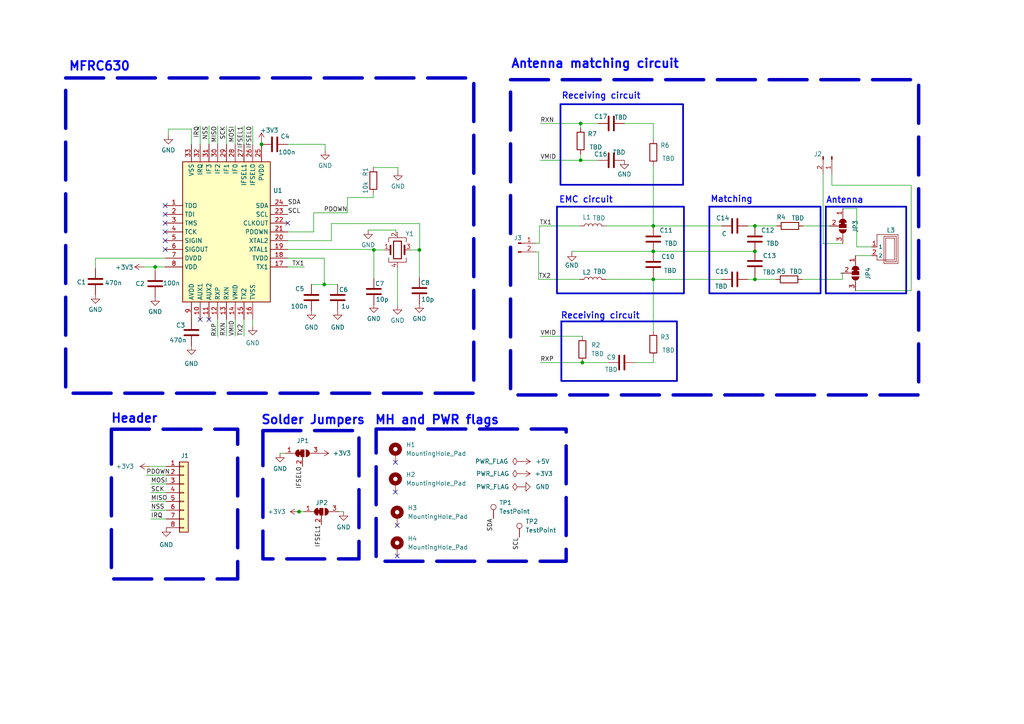
<source format=kicad_sch>
(kicad_sch (version 20230121) (generator eeschema)
  (paper "A4")
  (title_block (title "NFC_Programmer") (date "2023-11-25") (rev "2.0") (company "TycheTools"))
  (lib_symbols
    (symbol "Connector:Conn_01x02_Pin" (pin_names (offset 1.016) hide)
      (property "Reference" "J" (at 0 2.54 0))
      (property "Value" "Conn_01x02_Pin" (at 0 -5.08 0))
      (symbol "Conn_01x02_Pin_1_1"
        (polyline (pts (xy 1.27 -2.54) (xy 0.8636 -2.54)) (stroke (width 0.1524)))
        (polyline (pts (xy 1.27 0) (xy 0.8636 0)) (stroke (width 0.1524)))
        (rectangle (start 0.8636 -2.413) (end 0 -2.667) (stroke (width 0.1524)) (fill (type outline)))
        (rectangle (start 0.8636 0.127) (end 0 -0.127) (stroke (width 0.1524)) (fill (type outline)))
        (pin passive line (at 5.08 0 180) (length 3.81) (name "Pin_1") (number "1"))
        (pin passive line (at 5.08 -2.54 180) (length 3.81) (name "Pin_2") (number "2"))
      )
    )
    (symbol "Connector:TestPoint" (pin_numbers hide) (pin_names (offset 0.762) hide)
      (property "Reference" "TP" (at 0 6.858 0))
      (property "Value" "TestPoint" (at 0 5.08 0))
      (symbol "TestPoint_0_1"
        (circle (center 0 3.302) (radius 0.762))
      )
      (symbol "TestPoint_1_1"
        (pin passive line (at 0 0 90) (length 2.54) (name "1") (number "1"))
      )
    )
    (symbol "Connector_Generic:Conn_01x08" (pin_names (offset 1.016) hide)
      (property "Reference" "J" (at 0 10.16 0))
      (property "Value" "Conn_01x08" (at 0 -12.7 0))
      (symbol "Conn_01x08_1_1"
        (rectangle (start -1.27 -10.033) (end 0 -10.287) (stroke (width 0.1524)))
        (rectangle (start -1.27 -7.493) (end 0 -7.747) (stroke (width 0.1524)))
        (rectangle (start -1.27 -4.953) (end 0 -5.207) (stroke (width 0.1524)))
        (rectangle (start -1.27 -2.413) (end 0 -2.667) (stroke (width 0.1524)))
        (rectangle (start -1.27 0.127) (end 0 -0.127) (stroke (width 0.1524)))
        (rectangle (start -1.27 2.667) (end 0 2.413) (stroke (width 0.1524)))
        (rectangle (start -1.27 5.207) (end 0 4.953) (stroke (width 0.1524)))
        (rectangle (start -1.27 7.747) (end 0 7.493) (stroke (width 0.1524)))
        (rectangle (start -1.27 8.89) (end 1.27 -11.43) (stroke (width 0.254)) (fill (type background)))
        (pin passive line (at -5.08 7.62 0) (length 3.81) (name "Pin_1") (number "1"))
        (pin passive line (at -5.08 5.08 0) (length 3.81) (name "Pin_2") (number "2"))
        (pin passive line (at -5.08 2.54 0) (length 3.81) (name "Pin_3") (number "3"))
        (pin passive line (at -5.08 0 0) (length 3.81) (name "Pin_4") (number "4"))
        (pin passive line (at -5.08 -2.54 0) (length 3.81) (name "Pin_5") (number "5"))
        (pin passive line (at -5.08 -5.08 0) (length 3.81) (name "Pin_6") (number "6"))
        (pin passive line (at -5.08 -7.62 0) (length 3.81) (name "Pin_7") (number "7"))
        (pin passive line (at -5.08 -10.16 0) (length 3.81) (name "Pin_8") (number "8"))
      )
    )
    (symbol "Device:C" (pin_numbers hide) (pin_names (offset 0.254))
      (property "Reference" "C" (at 0.635 2.54 0))
      (property "Value" "C" (at 0.635 -2.54 0))
      (symbol "C_0_1"
        (polyline (pts (xy -2.032 -0.762) (xy 2.032 -0.762)) (stroke (width 0.508)))
        (polyline (pts (xy -2.032 0.762) (xy 2.032 0.762)) (stroke (width 0.508)))
      )
      (symbol "C_1_1"
        (pin passive line (at 0 3.81 270) (length 2.794) (name "~") (number "1"))
        (pin passive line (at 0 -3.81 90) (length 2.794) (name "~") (number "2"))
      )
    )
    (symbol "Device:Crystal_GND24" (pin_names (offset 1.016) hide)
      (property "Reference" "Y" (at 3.175 5.08 0))
      (property "Value" "Crystal_GND24" (at 3.175 3.175 0))
      (symbol "Crystal_GND24_0_1"
        (rectangle (start -1.143 2.54) (end 1.143 -2.54) (stroke (width 0.3048)))
        (polyline (pts (xy -2.54 0) (xy -2.032 0)))
        (polyline (pts (xy -2.032 -1.27) (xy -2.032 1.27)) (stroke (width 0.508)))
        (polyline (pts (xy 0 -3.81) (xy 0 -3.556)))
        (polyline (pts (xy 0 3.556) (xy 0 3.81)))
        (polyline (pts (xy 2.032 -1.27) (xy 2.032 1.27)) (stroke (width 0.508)))
        (polyline (pts (xy 2.032 0) (xy 2.54 0)))
        (polyline (pts (xy -2.54 -2.286) (xy -2.54 -3.556) (xy 2.54 -3.556) (xy 2.54 -2.286)))
        (polyline (pts (xy -2.54 2.286) (xy -2.54 3.556) (xy 2.54 3.556) (xy 2.54 2.286)))
      )
      (symbol "Crystal_GND24_1_1"
        (pin passive line (at -3.81 0 0) (length 1.27) (name "1") (number "1"))
        (pin passive line (at 0 5.08 270) (length 1.27) (name "2") (number "2"))
        (pin passive line (at 3.81 0 180) (length 1.27) (name "3") (number "3"))
        (pin passive line (at 0 -5.08 90) (length 1.27) (name "4") (number "4"))
      )
    )
    (symbol "Device:L" (pin_numbers hide) (pin_names (offset 1.016) hide)
      (property "Reference" "L" (at -1.27 0 90))
      (property "Value" "L" (at 1.905 0 90))
      (symbol "L_0_1"
        (arc (start 0 -2.54) (mid 0.6323 -1.905) (end 0 -1.27))
        (arc (start 0 -1.27) (mid 0.6323 -0.635) (end 0 0))
        (arc (start 0 0) (mid 0.6323 0.635) (end 0 1.27))
        (arc (start 0 1.27) (mid 0.6323 1.905) (end 0 2.54))
      )
      (symbol "L_1_1"
        (pin passive line (at 0 3.81 270) (length 1.27) (name "1") (number "1"))
        (pin passive line (at 0 -3.81 90) (length 1.27) (name "2") (number "2"))
      )
    )
    (symbol "Device:R" (pin_numbers hide) (pin_names (offset 0))
      (property "Reference" "R" (at 2.032 0 90))
      (property "Value" "R" (at 0 0 90))
      (symbol "R_0_1"
        (rectangle (start -1.016 -2.54) (end 1.016 2.54) (stroke (width 0.254)))
      )
      (symbol "R_1_1"
        (pin passive line (at 0 3.81 270) (length 1.27) (name "~") (number "1"))
        (pin passive line (at 0 -3.81 90) (length 1.27) (name "~") (number "2"))
      )
    )
    (symbol "Jumper:SolderJumper_3_Bridged12" (pin_names (offset 0) hide)
      (property "Reference" "JP" (at -2.54 -2.54 0))
      (property "Value" "SolderJumper_3_Bridged12" (at 0 2.794 0))
      (symbol "SolderJumper_3_Bridged12_0_1"
        (rectangle (start -1.016 0.508) (end -0.508 -0.508) (fill (type outline)))
        (arc (start -1.016 1.016) (mid -2.0276 0) (end -1.016 -1.016))
        (arc (start -1.016 1.016) (mid -2.0276 0) (end -1.016 -1.016) (fill (type outline)))
        (rectangle (start -0.508 1.016) (end 0.508 -1.016) (fill (type outline)))
        (polyline (pts (xy -2.54 0) (xy -2.032 0)))
        (polyline (pts (xy -1.016 1.016) (xy -1.016 -1.016)))
        (polyline (pts (xy 0 -1.27) (xy 0 -1.016)))
        (polyline (pts (xy 1.016 1.016) (xy 1.016 -1.016)))
        (polyline (pts (xy 2.54 0) (xy 2.032 0)))
        (arc (start 1.016 -1.016) (mid 2.0276 0) (end 1.016 1.016))
        (arc (start 1.016 -1.016) (mid 2.0276 0) (end 1.016 1.016) (fill (type outline)))
      )
      (symbol "SolderJumper_3_Bridged12_1_1"
        (pin passive line (at -5.08 0 0) (length 2.54) (name "A") (number "1"))
        (pin passive line (at 0 -3.81 90) (length 2.54) (name "C") (number "2"))
        (pin passive line (at 5.08 0 180) (length 2.54) (name "B") (number "3"))
      )
    )
    (symbol "LIB2:Antenna_L"
      (property "Reference" "L" (at 6.35 8.89 0))
      (symbol "Antenna_L_0_1"
        (polyline (pts (xy 10.16 3.81) (xy 15.24 3.81)))
        (polyline (pts (xy 10.16 5.08) (xy 10.16 3.81)))
        (polyline (pts (xy 10.16 7.62) (xy 10.16 7.62)))
        (polyline (pts (xy 10.16 7.62) (xy 10.16 11.176)))
        (polyline (pts (xy 12.192 2.794) (xy 16.256 2.794)))
        (polyline (pts (xy 12.192 10.668) (xy 12.192 2.794)))
        (polyline (pts (xy 15.24 3.81) (xy 15.24 10.16)))
        (polyline (pts (xy 15.24 10.16) (xy 12.7 10.16)))
        (polyline (pts (xy 16.256 2.794) (xy 16.256 11.176)))
        (polyline (pts (xy 16.256 11.176) (xy 10.16 11.176)))
        (polyline (pts (xy 15.748 10.414) (xy 15.748 10.668) (xy 12.192 10.668)))
        (polyline (pts (xy 12.7 10.16) (xy 12.7 3.302) (xy 15.748 3.302) (xy 15.748 10.414)))
      )
      (symbol "Antenna_L_1_0"
        (pin power_in line (at 8.636 7.62 0) (length 1.5) (name "1") (number "1"))
        (pin power_out line (at 8.636 5.08 0) (length 1.5) (name "2") (number "2"))
      )
    )
    (symbol "MFRC63002HN_151:MFRC63002HN,151"
      (property "Reference" "IC" (at 31.75 17.78 0))
      (property "Value" "MFRC63002HN,151" (at 31.75 15.24 0))
      (symbol "MFRC63002HN,151_1_1"
        (rectangle (start 5.08 12.7) (end 30.48 -27.94) (stroke (width 0.254)) (fill (type background)))
        (pin output line (at 0 0 0) (length 5.08) (name "TDO") (number "1"))
        (pin output line (at 10.16 -33.02 90) (length 5.08) (name "AUX1") (number "10"))
        (pin output line (at 12.7 -33.02 90) (length 5.08) (name "AUX2") (number "11"))
        (pin input line (at 15.24 -33.02 90) (length 5.08) (name "RXP") (number "12"))
        (pin input line (at 17.78 -33.02 90) (length 5.08) (name "RXN") (number "13"))
        (pin power_in line (at 20.32 -33.02 90) (length 5.08) (name "VMID") (number "14"))
        (pin output line (at 22.86 -33.02 90) (length 5.08) (name "TX2") (number "15"))
        (pin power_in line (at 25.4 -33.02 90) (length 5.08) (name "TVSS") (number "16"))
        (pin output line (at 35.56 -17.78 180) (length 5.08) (name "TX1") (number "17"))
        (pin power_in line (at 35.56 -15.24 180) (length 5.08) (name "TVDD") (number "18"))
        (pin input line (at 35.56 -12.7 180) (length 5.08) (name "XTAL1") (number "19"))
        (pin input line (at 0 -2.54 0) (length 5.08) (name "TDI") (number "2"))
        (pin output line (at 35.56 -10.16 180) (length 5.08) (name "XTAL2") (number "20"))
        (pin input line (at 35.56 -7.62 180) (length 5.08) (name "PDOWN") (number "21"))
        (pin output line (at 35.56 -5.08 180) (length 5.08) (name "CLKOUT") (number "22"))
        (pin output line (at 35.56 -2.54 180) (length 5.08) (name "SCL") (number "23"))
        (pin bidirectional line (at 35.56 0 180) (length 5.08) (name "SDA") (number "24"))
        (pin power_in line (at 27.94 17.78 270) (length 5.08) (name "PVDD") (number "25"))
        (pin input line (at 25.4 17.78 270) (length 5.08) (name "IFSEL0") (number "26"))
        (pin input line (at 22.86 17.78 270) (length 5.08) (name "IFSEL1") (number "27"))
        (pin bidirectional line (at 20.32 17.78 270) (length 5.08) (name "IF0") (number "28"))
        (pin bidirectional line (at 17.78 17.78 270) (length 5.08) (name "IF1") (number "29"))
        (pin input line (at 0 -5.08 0) (length 5.08) (name "TMS") (number "3"))
        (pin bidirectional line (at 15.24 17.78 270) (length 5.08) (name "IF2") (number "30"))
        (pin bidirectional line (at 12.7 17.78 270) (length 5.08) (name "IF3") (number "31"))
        (pin output line (at 10.16 17.78 270) (length 5.08) (name "IRQ") (number "32"))
        (pin power_in line (at 7.62 17.78 270) (length 5.08) (name "VSS") (number "33"))
        (pin input line (at 0 -7.62 0) (length 5.08) (name "TCK") (number "4"))
        (pin input line (at 0 -10.16 0) (length 5.08) (name "SIGIN") (number "5"))
        (pin output line (at 0 -12.7 0) (length 5.08) (name "SIGOUT") (number "6"))
        (pin power_in line (at 0 -15.24 0) (length 5.08) (name "DVDD") (number "7"))
        (pin power_in line (at 0 -17.78 0) (length 5.08) (name "VDD") (number "8"))
        (pin power_in line (at 7.62 -33.02 90) (length 5.08) (name "AVDD") (number "9"))
      )
    )
    (symbol "Mechanical:MountingHole_Pad" (pin_numbers hide) (pin_names (offset 1.016) hide)
      (property "Reference" "H" (at 0 6.35 0))
      (property "Value" "MountingHole_Pad" (at 0 4.445 0))
      (symbol "MountingHole_Pad_0_1"
        (circle (center 0 1.27) (radius 1.27) (stroke (width 1.27)))
      )
      (symbol "MountingHole_Pad_1_1"
        (pin input line (at 0 -2.54 90) (length 2.54) (name "1") (number "1"))
      )
    )
    (symbol "power:+3V3" (power) (pin_names (offset 0))
      (property "Value" "+3V3" (at 0 3.556 0))
      (symbol "+3V3_0_1"
        (polyline (pts (xy -0.762 1.27) (xy 0 2.54)))
        (polyline (pts (xy 0 0) (xy 0 2.54)))
        (polyline (pts (xy 0 2.54) (xy 0.762 1.27)))
      )
      (symbol "+3V3_1_1"
        (pin power_in line (at 0 0 90) (length 0) hide (name "+3V3") (number "1"))
      )
    )
    (symbol "power:+5V" (power) (pin_names (offset 0))
      (property "Value" "+5V" (at 0 3.556 0))
      (symbol "+5V_0_1"
        (polyline (pts (xy -0.762 1.27) (xy 0 2.54)))
        (polyline (pts (xy 0 0) (xy 0 2.54)))
        (polyline (pts (xy 0 2.54) (xy 0.762 1.27)))
      )
      (symbol "+5V_1_1"
        (pin power_in line (at 0 0 90) (length 0) hide (name "+5V") (number "1"))
      )
    )
    (symbol "power:GND" (power) (pin_names (offset 0))
      (property "Value" "GND" (at 0 -3.81 0))
      (symbol "GND_0_1"
        (polyline (pts (xy 0 0) (xy 0 -1.27) (xy 1.27 -1.27) (xy 0 -2.54) (xy -1.27 -1.27) (xy 0 -1.27)))
      )
      (symbol "GND_1_1"
        (pin power_in line (at 0 0 270) (length 0) hide (name "GND") (number "1"))
      )
    )
    (symbol "power:PWR_FLAG" (power) (pin_numbers hide) (pin_names (offset 0) hide)
      (property "Value" "PWR_FLAG" (at 0 3.81 0))
      (symbol "PWR_FLAG_0_0"
        (pin power_out line (at 0 0 90) (length 0) (name "pwr") (number "1"))
      )
      (symbol "PWR_FLAG_0_1"
        (polyline (pts (xy 0 0) (xy 0 1.27) (xy -1.016 1.905) (xy 0 2.54) (xy 1.016 1.905) (xy 0 1.27)))
      )
    )
  )
  (junction (at 45.0088 77.4192))
  (junction (at 189.484 72.898))
  (junction (at 218.948 81.026))
  (junction (at 218.948 72.898))
  (junction (at 86.741 148.4122))
  (junction (at 189.484 81.026))
  (junction (at 94.0562 82.5246))
  (junction (at 189.484 65.532))
  (junction (at 121.6406 72.4916))
  (junction (at 75.8444 41.8592))
  (junction (at 218.948 65.532))
  (junction (at 108.4326 72.4916))
  (junction (at 168.402 35.814))
  (junction (at 168.91 105.156))
  (junction (at 168.402 46.482))
  (no_connect (at 60.6044 92.6592))
  (no_connect (at 114.681 142.7226))
  (no_connect (at 47.9044 59.6392))
  (no_connect (at 47.9044 64.7192))
  (no_connect (at 115.189 161.2646))
  (no_connect (at 58.0644 92.6592))
  (no_connect (at 83.4644 64.7192))
  (no_connect (at 114.681 134.0866))
  (no_connect (at 115.189 152.3746))
  (no_connect (at 47.9044 72.3392))
  (no_connect (at 47.9044 62.1792))
  (no_connect (at 47.9044 69.7992))
  (no_connect (at 47.9044 67.2592))
  (wire (pts (xy 94.3102 41.8592) (xy 94.3102 43.7134)))
  (wire (pts (xy 238.7346 70.612) (xy 238.7346 50.4698)))
  (wire (pts (xy 121.7422 64.8462) (xy 121.7422 72.4154)))
  (wire (pts (xy 165.862 72.898) (xy 189.484 72.898)))
  (wire (pts (xy 73.3044 92.6592) (xy 73.3044 94.6404)))
  (wire (pts (xy 99.6442 148.4122) (xy 98.298 148.4122)))
  (wire (pts (xy 119.1006 72.4916) (xy 121.6406 72.4916)))
  (wire (pts (xy 189.484 105.156) (xy 184.15 105.156)))
  (wire (pts (xy 114.808 66.7258) (xy 114.808 67.4116)))
  (wire (pts (xy 218.948 81.026) (xy 225.044 81.026)))
  (wire (pts (xy 189.484 65.532) (xy 209.296 65.532)))
  (wire (pts (xy 232.664 81.026) (xy 244.3226 81.026)))
  (wire (pts (xy 43.7642 145.4404) (xy 48.2346 145.4404)))
  (wire (pts (xy 218.948 72.644) (xy 218.948 72.898)))
  (wire (pts (xy 45.0088 77.4192) (xy 47.9044 77.4192)))
  (wire (pts (xy 65.6844 36.5252) (xy 65.6844 41.8592)))
  (wire (pts (xy 240.6396 65.532) (xy 240.6396 65.5574)))
  (wire (pts (xy 94.0562 82.5246) (xy 97.9424 82.5246)))
  (wire (pts (xy 156.718 46.482) (xy 168.402 46.482)))
  (wire (pts (xy 168.402 35.814) (xy 173.482 35.814)))
  (wire (pts (xy 156.21 81.026) (xy 168.148 81.026)))
  (wire (pts (xy 83.4644 72.3392) (xy 108.3564 72.3392)))
  (wire (pts (xy 156.718 97.536) (xy 168.91 97.536)))
  (wire (pts (xy 156.718 35.814) (xy 168.402 35.814)))
  (wire (pts (xy 90.9828 61.722) (xy 100.7618 61.722)))
  (wire (pts (xy 63.1444 92.6592) (xy 63.1444 97.6122)))
  (wire (pts (xy 65.6844 92.6592) (xy 65.6844 97.4852)))
  (wire (pts (xy 115.2906 77.5716) (xy 115.2906 88.6206)))
  (wire (pts (xy 108.4326 88.3666) (xy 108.4326 88.1126)))
  (wire (pts (xy 100.7618 57.3024) (xy 108.2802 57.3024)))
  (wire (pts (xy 108.2802 48.5902) (xy 108.2802 48.5648)))
  (wire (pts (xy 121.6406 72.4916) (xy 121.6406 80.4926)))
  (wire (pts (xy 168.402 44.704) (xy 168.402 46.482)))
  (wire (pts (xy 90.9828 67.2592) (xy 83.4644 67.2592)))
  (wire (pts (xy 43.7642 147.9804) (xy 48.2346 147.9804)))
  (wire (pts (xy 106.7816 66.7258) (xy 114.808 66.7258)))
  (wire (pts (xy 264.287 84.3026) (xy 264.287 53.721)))
  (wire (pts (xy 181.102 35.814) (xy 189.484 35.814)))
  (wire (pts (xy 189.484 72.898) (xy 218.948 72.898)))
  (wire (pts (xy 100.7618 61.722) (xy 100.7618 57.3024)))
  (wire (pts (xy 189.484 81.026) (xy 189.484 96.012)))
  (wire (pts (xy 27.686 74.8792) (xy 47.9044 74.8792)))
  (wire (pts (xy 238.76 70.612) (xy 238.7346 70.612)))
  (wire (pts (xy 108.3564 72.3392) (xy 108.3564 72.4916)))
  (wire (pts (xy 252.8316 71.6026) (xy 248.4882 71.6026)))
  (wire (pts (xy 45.0088 77.4192) (xy 45.0088 78.4606)))
  (wire (pts (xy 218.948 65.532) (xy 225.298 65.532)))
  (wire (pts (xy 155.3718 70.5358) (xy 156.464 70.5358)))
  (wire (pts (xy 73.3044 36.5252) (xy 73.3044 41.8592)))
  (wire (pts (xy 114.808 67.4116) (xy 115.2906 67.4116)))
  (wire (pts (xy 90.3224 82.5246) (xy 90.3224 82.4992)))
  (wire (pts (xy 83.4644 69.7992) (xy 96.1136 69.7992)))
  (wire (pts (xy 165.862 72.898) (xy 165.862 73.152)))
  (wire (pts (xy 108.3564 72.4916) (xy 108.4326 72.4916)))
  (wire (pts (xy 216.916 65.532) (xy 218.948 65.532)))
  (wire (pts (xy 155.3718 73.0758) (xy 156.21 73.0758)))
  (wire (pts (xy 244.3226 81.026) (xy 244.3226 79.2226)))
  (wire (pts (xy 156.464 65.532) (xy 168.148 65.532)))
  (wire (pts (xy 189.484 35.814) (xy 189.484 40.386)))
  (wire (pts (xy 108.2802 56.1848) (xy 108.2802 57.3024)))
  (wire (pts (xy 175.768 65.532) (xy 189.484 65.532)))
  (wire (pts (xy 42.4434 137.8204) (xy 48.2346 137.8204)))
  (wire (pts (xy 70.7644 92.6592) (xy 70.7644 97.4852)))
  (wire (pts (xy 189.484 81.026) (xy 189.484 80.518)))
  (wire (pts (xy 27.686 74.8792) (xy 27.686 77.851)))
  (wire (pts (xy 189.484 72.898) (xy 189.484 73.152)))
  (wire (pts (xy 86.7156 148.4122) (xy 86.741 148.4122)))
  (wire (pts (xy 68.2244 92.6592) (xy 68.2244 97.4852)))
  (wire (pts (xy 108.2802 48.5902) (xy 115.4176 48.5902)))
  (wire (pts (xy 83.4644 74.8792) (xy 94.0562 74.8792)))
  (wire (pts (xy 83.4644 77.4192) (xy 88.2904 77.4192)))
  (wire (pts (xy 248.4882 60.4774) (xy 248.4882 71.6026)))
  (wire (pts (xy 97.9424 82.5246) (xy 97.9424 82.4992)))
  (wire (pts (xy 218.948 80.264) (xy 218.948 81.026)))
  (wire (pts (xy 58.0644 36.5252) (xy 58.0644 41.8592)))
  (wire (pts (xy 90.3224 82.5246) (xy 94.0562 82.5246)))
  (wire (pts (xy 264.287 53.721) (xy 241.2746 53.721)))
  (wire (pts (xy 189.484 81.026) (xy 209.296 81.026)))
  (wire (pts (xy 48.8188 37.4396) (xy 48.8188 39.2176)))
  (wire (pts (xy 41.6306 77.4192) (xy 45.0088 77.4192)))
  (wire (pts (xy 96.1136 64.8462) (xy 121.7422 64.8462)))
  (wire (pts (xy 68.2244 36.5252) (xy 68.2244 41.8592)))
  (wire (pts (xy 43.7642 142.9004) (xy 48.2346 142.9004)))
  (wire (pts (xy 115.4176 49.7332) (xy 115.4176 48.5902)))
  (wire (pts (xy 168.402 46.482) (xy 173.482 46.482)))
  (wire (pts (xy 81.2292 131.4704) (xy 82.6516 131.4704)))
  (wire (pts (xy 63.1444 36.5252) (xy 63.1444 41.8592)))
  (wire (pts (xy 248.1326 74.1426) (xy 252.8316 74.1426)))
  (wire (pts (xy 238.76 70.612) (xy 238.76 70.6374)))
  (wire (pts (xy 248.4882 60.4774) (xy 244.4496 60.4774)))
  (wire (pts (xy 108.4326 72.4916) (xy 111.4806 72.4916)))
  (wire (pts (xy 121.7422 72.4154) (xy 121.6406 72.4154)))
  (wire (pts (xy 90.9828 61.722) (xy 90.9828 67.2592)))
  (wire (pts (xy 168.402 35.814) (xy 168.402 37.084)))
  (wire (pts (xy 94.0562 74.8792) (xy 94.0562 82.5246)))
  (wire (pts (xy 156.718 105.156) (xy 168.91 105.156)))
  (wire (pts (xy 248.1326 84.3026) (xy 264.287 84.3026)))
  (wire (pts (xy 156.464 70.5358) (xy 156.464 65.532)))
  (wire (pts (xy 232.918 65.532) (xy 240.6396 65.532)))
  (wire (pts (xy 189.484 103.632) (xy 189.484 105.156)))
  (wire (pts (xy 156.21 73.0758) (xy 156.21 81.026)))
  (wire (pts (xy 241.2746 50.4698) (xy 241.2746 53.721)))
  (wire (pts (xy 218.948 73.152) (xy 218.948 72.898)))
  (wire (pts (xy 189.484 48.006) (xy 189.484 65.532)))
  (wire (pts (xy 86.741 148.4122) (xy 88.138 148.4122)))
  (wire (pts (xy 43.7642 140.3604) (xy 48.2346 140.3604)))
  (wire (pts (xy 108.4326 72.4916) (xy 108.4326 80.7466)))
  (wire (pts (xy 43.2054 135.2804) (xy 48.2346 135.2804)))
  (wire (pts (xy 175.768 81.026) (xy 189.484 81.026)))
  (wire (pts (xy 43.7642 150.5204) (xy 48.2346 150.5204)))
  (wire (pts (xy 96.1136 64.8462) (xy 96.1136 69.7992)))
  (wire (pts (xy 75.8444 41.0972) (xy 75.8444 41.8592)))
  (wire (pts (xy 121.6406 72.4154) (xy 121.6406 72.4916)))
  (wire (pts (xy 48.8188 37.4396) (xy 55.5244 37.4396)))
  (wire (pts (xy 60.6044 36.5252) (xy 60.6044 41.8592)))
  (wire (pts (xy 70.7644 36.5252) (xy 70.7644 41.8592)))
  (wire (pts (xy 216.916 81.026) (xy 218.948 81.026)))
  (wire (pts (xy 83.4644 41.8592) (xy 94.3102 41.8592)))
  (wire (pts (xy 168.91 105.156) (xy 176.53 105.156)))
  (wire (pts (xy 238.76 70.6374) (xy 244.4496 70.6374)))
  (wire (pts (xy 55.5244 41.8592) (xy 55.5244 37.4396)))
  (rectangle (start 205.74 59.944) (end 237.998 85.09) (stroke (width 0.5)))
  (rectangle (start 148.082 23.114) (end 266.446 114.554) (stroke (width 1) (type dash)))
  (rectangle (start 161.544 59.944) (end 198.374 85.09) (stroke (width 0.5)))
  (rectangle (start 239.522 59.944) (end 262.8392 85.09) (stroke (width 0.5)))
  (rectangle (start 76.2508 124.8918) (end 104.1146 162.1028) (stroke (width 1) (type dash)))
  (rectangle (start 32.3088 124.4854) (end 68.9356 167.9194) (stroke (width 1) (type dash)))
  (rectangle (start 109.093 124.4346) (end 164.211 162.7886) (stroke (width 1) (type dash)))
  (rectangle (start 162.814 93.218) (end 196.342 110.49) (stroke (width 0.5)))
  (rectangle (start 19.05 22.606) (end 137.414 114.046) (stroke (width 1) (type dash)))
  (rectangle (start 162.56 30.226) (end 198.12 53.594) (stroke (width 0.5)))
  (text "EMC circuit\n\n" (at 162.052 61.976 0) (effects (font (size 1.8 1.8) (thickness 0.3) bold) (justify left bottom)))
  (text "Receiving circuit\n" (at 162.56 92.71 0) (effects (font (size 1.8 1.8) (thickness 0.3) bold) (justify left bottom)))
  (text "Solder Jumpers\n" (at 75.6158 123.3932 0) (effects (font (size 2.54 2.54) (thickness 0.508) bold) (justify left bottom)))
  (text "MH and PWR flags" (at 108.585 123.4186 0) (effects (font (size 2.54 2.54) (thickness 0.508) bold) (justify left bottom)))
  (text "Matching\n" (at 205.994 58.928 0) (effects (font (size 1.8 1.8) (thickness 0.3) bold) (justify left bottom)))
  (text "Antenna\n" (at 239.522 59.182 0) (effects (font (size 1.8 1.8) (thickness 0.3) bold) (justify left bottom)))
  (text "Antenna matching circuit" (at 148.082 20.066 0) (effects (font (size 2.54 2.54) (thickness 0.508) bold) (justify left bottom)))
  (text "Header" (at 32.0548 122.9614 0) (effects (font (size 2.54 2.54) (thickness 0.508) bold) (justify left bottom)))
  (text "MFRC630" (at 19.812 20.828 0) (effects (font (size 2.54 2.54) (thickness 0.508) bold) (justify left bottom)))
  (text "Receiving circuit\n" (at 162.814 28.956 0) (effects (font (size 1.8 1.8) (thickness 0.3) bold) (justify left bottom)))
  (label "SCK" (at 65.6844 36.5252 270))
  (label "PDOWN" (at 42.4434 137.8204 0))
  (label "SCK" (at 43.7642 142.9004 0))
  (label "SCL" (at 150.6474 155.829 270))
  (label "RXP" (at 63.1444 97.6122 90))
  (label "RXN" (at 156.718 35.814 0))
  (label "PDOWN" (at 100.7618 61.722 180))
  (label "VMID" (at 156.718 46.482 0))
  (label "IFSEL1" (at 70.7644 36.5252 270))
  (label "IFSEL0" (at 73.3044 36.5252 270))
  (label "MISO" (at 63.1444 36.5252 270))
  (label "VMID" (at 156.718 97.536 0))
  (label "IFSEL0" (at 87.7316 135.2804 270))
  (label "SDA" (at 143.129 150.368 270))
  (label "IFSEL1" (at 93.218 152.2222 270))
  (label "TX1" (at 156.464 65.532 0))
  (label "SCL" (at 83.4644 62.1792 0))
  (label "RXN" (at 65.6844 97.4852 90))
  (label "VMID" (at 68.2244 97.4852 90))
  (label "NSS" (at 43.7642 147.9804 0))
  (label "MOSI" (at 43.7642 140.3604 0))
  (label "NSS" (at 60.6044 36.5252 270))
  (label "SDA" (at 83.4644 59.6392 0))
  (label "MISO" (at 43.7642 145.4404 0))
  (label "RXP" (at 156.718 105.156 0))
  (label "IRQ" (at 43.7642 150.5204 0))
  (label "TX1" (at 88.2904 77.4192 180))
  (label "IRQ" (at 58.0644 36.5252 270))
  (label "TX2" (at 156.21 81.026 0))
  (label "TX2" (at 70.7644 97.4852 90))
  (label "MOSI" (at 68.2244 36.5252 270))
  (symbol (lib_id "power:GND") (at 81.2292 131.4704 0) (unit 1)
    (property "Reference" "#PWR08" (effects hide))
    (property "Value" "GND" (at 81.2292 135.9408 0))
  )
  (symbol (lib_id "LIB2:Antenna_L") (at 244.1956 79.2226 0) (unit 1)
    (property "Reference" "L3" (at 257.1496 66.7766 0) (effects (justify left)))
    (property "Value" "~" (at 244.1956 79.2226 0))
  )
  (symbol (lib_id "power:GND") (at 48.8188 39.2176 0) (unit 1)
    (property "Reference" "#PWR06" (effects hide))
    (property "Value" "GND" (at 48.8188 43.5356 0))
  )
  (symbol (lib_id "power:GND") (at 94.3102 43.7134 0) (unit 1)
    (property "Reference" "#PWR010" (effects hide))
    (property "Value" "GND" (at 94.3102 48.0314 0))
  )
  (symbol (lib_id "Connector:TestPoint") (at 143.129 150.368 0) (unit 1)
    (property "Reference" "TP1" (at 144.78 145.796 0) (effects (justify left)))
    (property "Value" "TestPoint" (at 144.78 148.336 0) (effects (justify left)))
    (property "Footprint" "TestPoint:TestPoint_Pad_1.0x1.0mm" (effects hide))
  )
  (symbol (lib_id "power:+3V3") (at 86.741 148.4122 90) (unit 1)
    (property "Reference" "#PWR07" (effects hide))
    (property "Value" "+3V3" (at 82.9056 148.4122 90) (effects (justify left)))
  )
  (symbol (lib_id "Device:Crystal_GND24") (at 115.2906 72.4916 0) (unit 1)
    (property "Reference" "Y1" (at 118.8212 67.818 0))
    (property "Value" "Crystal_GND24" (effects hide))
    (property "Footprint" "Crystal:Crystal_SMD_2016-4Pin_2.0x1.6mm" (effects hide))
    (property "Datasheet" "https://www.mouser.mx/datasheet/2/122/ECX_1637B2-2400564.pdf" (effects hide))
  )
  (symbol (lib_id "Device:R") (at 168.91 101.346 0) (unit 1)
    (property "Reference" "R2" (at 171.45 100.076 0) (effects (justify left)))
    (property "Value" "TBD" (at 171.45 102.616 0) (effects (justify left)))
    (property "Footprint" "Resistor_SMD:R_0603_1608Metric_Pad0.98x0.95mm_HandSolder" (effects hide))
  )
  (symbol (lib_id "power:PWR_FLAG") (at 151.257 137.3886 90) (unit 1)
    (property "Reference" "#FLG02" (effects hide))
    (property "Value" "PWR_FLAG" (at 147.701 137.3886 90) (effects (justify left)))
    (property "Footprint" "TestPoint:TestPoint_Loop_D1.80mm_Drill1.0mm_Beaded" (effects hide))
  )
  (symbol (lib_id "Jumper:SolderJumper_3_Bridged12") (at 93.218 148.4122 0) (unit 1)
    (property "Reference" "JP2" (at 93.3196 145.8214 0))
    (property "Value" "SolderJumper_3_Bridged12" (effects hide))
    (property "Footprint" "Jumper:SolderJumper-3_P1.3mm_Bridged12_Pad1.0x1.5mm_NumberLabels" (effects hide))
  )
  (symbol (lib_id "Device:C") (at 213.106 65.532 90) (unit 1)
    (property "Reference" "C14" (at 211.582 63.246 90) (effects (justify left)))
    (property "Value" "C" (at 210.82 67.818 90) (effects (justify left)))
    (property "Footprint" "Capacitor_SMD:C_0603_1608Metric_Pad1.08x0.95mm_HandSolder" (effects hide))
  )
  (symbol (lib_id "Mechanical:MountingHole_Pad") (at 115.189 149.8346 0) (unit 1)
    (property "Reference" "H3" (at 118.237 147.2946 0) (effects (justify left)))
    (property "Value" "MountingHole_Pad" (at 118.237 149.8346 0) (effects (justify left)))
    (property "Footprint" "MountingHole:MountingHole_3mm" (effects hide))
  )
  (symbol (lib_id "Device:C") (at 45.0088 82.2706 0) (mirror y) (unit 1)
    (property "Reference" "C2" (at 41.9608 82.2706 0) (effects (justify left)))
    (property "Value" "100n" (at 52.2224 82.1182 0) (effects (justify left)))
    (property "Footprint" "Capacitor_SMD:C_0603_1608Metric_Pad1.08x0.95mm_HandSolder" (effects hide))
  )
  (symbol (lib_id "Device:C") (at 108.4326 84.5566 0) (mirror y) (unit 1)
    (property "Reference" "C7" (at 111.4806 82.2706 0) (effects (justify left)))
    (property "Value" "10p" (at 112.7506 86.8426 0) (effects (justify left)))
    (property "Footprint" "Capacitor_SMD:C_0603_1608Metric_Pad1.08x0.95mm_HandSolder" (effects hide))
  )
  (symbol (lib_id "power:GND") (at 106.7816 66.7258 0) (unit 1)
    (property "Reference" "#PWR021" (effects hide))
    (property "Value" "GND" (at 106.7816 71.0438 0))
  )
  (symbol (lib_id "power:+3V3") (at 92.8116 131.4704 270) (unit 1)
    (property "Reference" "#PWR026" (effects hide))
    (property "Value" "+3V3" (at 96.52 131.4704 90) (effects (justify left)))
  )
  (symbol (lib_id "Device:C") (at 218.948 76.454 0) (unit 1)
    (property "Reference" "C13" (at 221.234 74.168 0) (effects (justify left)))
    (property "Value" "TBD" (at 221.2086 78.9432 0) (effects (justify left)))
    (property "Footprint" "Capacitor_SMD:C_0603_1608Metric_Pad1.08x0.95mm_HandSolder" (effects hide))
  )
  (symbol (lib_id "Mechanical:MountingHole_Pad") (at 114.681 131.5466 0) (unit 1)
    (property "Reference" "H1" (at 117.729 129.0066 0) (effects (justify left)))
    (property "Value" "MountingHole_Pad" (at 117.729 131.5466 0) (effects (justify left)))
    (property "Footprint" "MountingHole:MountingHole_3mm" (effects hide))
  )
  (symbol (lib_id "Connector:TestPoint") (at 150.6474 155.829 0) (unit 1)
    (property "Reference" "TP2" (at 152.4 151.257 0) (effects (justify left)))
    (property "Value" "TestPoint" (at 152.4 153.797 0) (effects (justify left)))
    (property "Footprint" "TestPoint:TestPoint_Pad_1.0x1.0mm" (effects hide))
  )
  (symbol (lib_id "Device:C") (at 189.484 69.342 0) (unit 1)
    (property "Reference" "C11" (at 191.262 66.802 0) (effects (justify left)))
    (property "Value" "TBD" (at 192.786 70.612 0) (effects (justify left)))
    (property "Footprint" "Capacitor_SMD:C_0603_1608Metric_Pad1.08x0.95mm_HandSolder" (effects hide))
  )
  (symbol (lib_id "power:+3V3") (at 151.257 137.3886 270) (unit 1)
    (property "Reference" "#PWR032" (effects hide))
    (property "Value" "+3V3" (at 155.067 137.3886 90) (effects (justify left)))
  )
  (symbol (lib_id "Device:C") (at 79.6544 41.8592 90) (unit 1)
    (property "Reference" "C4" (at 82.7024 39.5732 90))
    (property "Value" "100n" (at 83.2104 44.1452 90))
    (property "Footprint" "Capacitor_SMD:C_0603_1608Metric_Pad1.08x0.95mm_HandSolder" (effects hide))
  )
  (symbol (lib_id "Device:C") (at 90.3224 86.3092 0) (mirror y) (unit 1)
    (property "Reference" "C5" (at 88.2904 83.7692 0) (effects (justify left)))
    (property "Value" "100n" (at 89.3064 88.8492 0) (effects (justify left)))
    (property "Footprint" "Capacitor_SMD:C_0603_1608Metric_Pad1.08x0.95mm_HandSolder" (effects hide))
  )
  (symbol (lib_id "power:GND") (at 181.102 46.482 0) (unit 1)
    (property "Reference" "#PWR018" (effects hide))
    (property "Value" "GND" (at 181.102 50.546 0))
  )
  (symbol (lib_id "Jumper:SolderJumper_3_Bridged12") (at 87.7316 131.4704 0) (unit 1)
    (property "Reference" "JP1" (at 87.8332 127.8382 0))
    (property "Value" "SolderJumper_3_Bridged12" (effects hide))
    (property "Footprint" "Jumper:SolderJumper-3_P1.3mm_Bridged12_Pad1.0x1.5mm_NumberLabels" (effects hide))
  )
  (symbol (lib_id "power:GND") (at 48.2346 153.0604 0) (unit 1)
    (property "Reference" "#PWR020" (effects hide))
    (property "Value" "GND" (at 48.2346 158.0134 0))
  )
  (symbol (lib_id "Device:R") (at 108.2802 52.3748 180) (unit 1)
    (property "Reference" "R1" (at 105.9942 49.8348 90))
    (property "Value" "10k" (at 105.9942 54.4068 90))
    (property "Footprint" "Resistor_SMD:R_0603_1608Metric_Pad0.98x0.95mm_HandSolder" (effects hide))
  )
  (symbol (lib_id "power:PWR_FLAG") (at 151.257 133.8326 90) (unit 1)
    (property "Reference" "#FLG01" (effects hide))
    (property "Value" "PWR_FLAG" (at 147.447 133.8326 90) (effects (justify left)))
    (property "Footprint" "TestPoint:TestPoint_Loop_D1.80mm_Drill1.0mm_Beaded" (effects hide))
  )
  (symbol (lib_id "MFRC63002HN_151:MFRC63002HN,151") (at 47.9044 59.6392 0) (unit 1)
    (property "Reference" "U1" (at 80.5688 55.2511 0))
    (property "Value" "MFRC63002HN,151" (effects hide))
    (property "Footprint" "Library3:MFRC630_MOUSER" (effects hide))
    (property "Datasheet" "http://www.nxp.com/docs/en/data-sheet/MFRC630.pdf" (effects hide))
    (property "Height" "1" (effects hide))
    (property "Manufacturer_Name" "NXP" (effects hide))
    (property "Manufacturer_Part_Number" "MFRC63002HN,151" (effects hide))
    (property "Mouser Part Number" "771-MFRC63002HN151" (effects hide))
    (property "Mouser Price/Stock" "https://www.mouser.co.uk/ProductDetail/NXP-Semiconductors/MFRC63002HN151?qs=NQoTdinTi9Gyn8oEeCX95Q%3D%3D" (effects hide))
    (property "Arrow Part Number" "MFRC63002HN,151" (effects hide))
    (property "Arrow Price/Stock" "https://www.arrow.com/en/products/mfrc63002hn151/nxp-semiconductors?region=nac" (effects hide))
  )
  (symbol (lib_id "Mechanical:MountingHole_Pad") (at 114.681 140.1826 0) (unit 1)
    (property "Reference" "H2" (at 117.729 137.6426 0) (effects (justify left)))
    (property "Value" "MountingHole_Pad" (at 117.729 140.1826 0) (effects (justify left)))
    (property "Footprint" "MountingHole:MountingHole_3mm" (effects hide))
  )
  (symbol (lib_id "Device:C") (at 213.106 81.026 90) (unit 1)
    (property "Reference" "C15" (at 211.328 78.74 90) (effects (justify left)))
    (property "Value" "TBD" (at 211.074 83.058 90) (effects (justify left)))
    (property "Footprint" "Capacitor_SMD:C_0603_1608Metric_Pad1.08x0.95mm_HandSolder" (effects hide))
  )
  (symbol (lib_id "Device:R") (at 168.402 40.894 0) (unit 1)
    (property "Reference" "R7" (at 170.434 38.862 0) (effects (justify left)))
    (property "Value" "TBD" (at 170.942 42.672 0) (effects (justify left)))
    (property "Footprint" "Resistor_SMD:R_0603_1608Metric_Pad0.98x0.95mm_HandSolder" (effects hide))
  )
  (symbol (lib_id "power:+5V") (at 151.257 133.8326 270) (unit 1)
    (property "Reference" "#PWR031" (effects hide))
    (property "Value" "+5V" (at 155.321 133.8326 90) (effects (justify left)))
  )
  (symbol (lib_id "power:GND") (at 151.257 141.1986 90) (unit 1)
    (property "Reference" "#PWR033" (effects hide))
    (property "Value" "GND" (at 155.321 141.1986 90) (effects (justify right)))
  )
  (symbol (lib_id "Device:L") (at 171.958 65.532 90) (unit 1)
    (property "Reference" "L1" (at 170.18 62.992 90))
    (property "Value" "TBD" (at 173.736 63.246 90))
    (property "Footprint" "Inductor_SMD:L_0603_1608Metric_Pad1.05x0.95mm_HandSolder" (effects hide))
  )
  (symbol (lib_id "Device:R") (at 189.484 44.196 0) (unit 1)
    (property "Reference" "R6" (at 191.516 42.164 0) (effects (justify left)))
    (property "Value" "TBD" (at 192.024 45.974 0) (effects (justify left)))
    (property "Footprint" "Resistor_SMD:R_0603_1608Metric_Pad0.98x0.95mm_HandSolder" (effects hide))
  )
  (symbol (lib_id "power:GND") (at 115.2906 88.6206 0) (unit 1)
    (property "Reference" "#PWR013" (effects hide))
    (property "Value" "GND" (at 115.2906 92.9386 0))
  )
  (symbol (lib_id "Connector:Conn_01x02_Pin") (at 241.2746 45.3898 270) (unit 1)
    (property "Reference" "J2" (at 236.0168 44.6786 90) (effects (justify left)))
    (property "Value" "Conn_01x02_Pin" (effects hide))
    (property "Footprint" "Connector_PinHeader_2.54mm:PinHeader_1x02_P2.54mm_Vertical" (effects hide))
  )
  (symbol (lib_id "Device:C") (at 97.9424 86.3092 0) (mirror y) (unit 1)
    (property "Reference" "C6" (at 100.9904 84.0232 0) (effects (justify left)))
    (property "Value" "1u" (at 101.4984 88.8492 0) (effects (justify left)))
    (property "Footprint" "Capacitor_SMD:C_0603_1608Metric_Pad1.08x0.95mm_HandSolder" (effects hide))
  )
  (symbol (lib_id "power:GND") (at 73.3044 94.6404 0) (unit 1)
    (property "Reference" "#PWR05" (effects hide))
    (property "Value" "GND" (at 73.3044 99.4664 0))
  )
  (symbol (lib_id "Device:C") (at 177.292 35.814 90) (unit 1)
    (property "Reference" "C17" (at 174.244 33.782 90))
    (property "Value" "TBD" (at 180.086 34.036 90))
    (property "Footprint" "Capacitor_SMD:C_0603_1608Metric_Pad1.08x0.95mm_HandSolder" (effects hide))
  )
  (symbol (lib_id "power:+3V3") (at 75.8444 41.0972 0) (unit 1)
    (property "Reference" "#PWR09" (effects hide))
    (property "Value" "+3V3" (at 78.1304 37.7952 0))
  )
  (symbol (lib_id "Connector:Conn_01x02_Pin") (at 150.2918 70.5358 0) (unit 1)
    (property "Reference" "J3" (at 148.9964 68.9864 0) (effects (justify left)))
    (property "Value" "Conn_01x02_Pin" (effects hide))
    (property "Footprint" "Connector_PinHeader_2.54mm:PinHeader_1x02_P2.54mm_Vertical" (effects hide))
  )
  (symbol (lib_id "power:GND") (at 99.6442 148.4122 0) (unit 1)
    (property "Reference" "#PWR022" (effects hide))
    (property "Value" "GND" (at 99.6442 152.8826 0))
  )
  (symbol (lib_id "Jumper:SolderJumper_3_Bridged12") (at 248.1326 79.2226 270) (unit 1)
    (property "Reference" "JP4" (at 251.7648 79.3242 0))
    (property "Value" "SolderJumper_3_Bridged12" (effects hide))
    (property "Footprint" "Jumper:SolderJumper-3_P1.3mm_Bridged12_Pad1.0x1.5mm_NumberLabels" (effects hide))
  )
  (symbol (lib_id "power:GND") (at 45.0088 86.0806 0) (unit 1)
    (property "Reference" "#PWR02" (effects hide))
    (property "Value" "GND" (at 45.0088 90.3986 0))
  )
  (symbol (lib_id "Mechanical:MountingHole_Pad") (at 115.189 158.7246 0) (unit 1)
    (property "Reference" "H4" (at 118.237 156.1846 0) (effects (justify left)))
    (property "Value" "MountingHole_Pad" (at 118.237 158.7246 0) (effects (justify left)))
    (property "Footprint" "MountingHole:MountingHole_3mm" (effects hide))
  )
  (symbol (lib_id "Device:C") (at 121.6406 84.3026 0) (mirror y) (unit 1)
    (property "Reference" "C8" (at 124.6886 82.0166 0) (effects (justify left)))
    (property "Value" "10p" (at 125.9586 86.8426 0) (effects (justify left)))
    (property "Footprint" "Capacitor_SMD:C_0603_1608Metric_Pad1.08x0.95mm_HandSolder" (effects hide))
  )
  (symbol (lib_id "power:+3V3") (at 43.2054 135.2804 90) (unit 1)
    (property "Reference" "#PWR019" (effects hide))
    (property "Value" "+3V3" (at 38.8874 135.2804 90) (effects (justify left)))
  )
  (symbol (lib_id "Device:C") (at 55.5244 96.4692 0) (mirror y) (unit 1)
    (property "Reference" "C3" (at 53.7464 94.361 0) (effects (justify left)))
    (property "Value" "470n" (at 54.102 98.679 0) (effects (justify left)))
    (property "Footprint" "Capacitor_SMD:C_0603_1608Metric_Pad1.08x0.95mm_HandSolder" (effects hide))
  )
  (symbol (lib_id "power:GND") (at 90.3224 90.1192 0) (unit 1)
    (property "Reference" "#PWR011" (effects hide))
    (property "Value" "GND" (at 90.3224 94.9452 0))
  )
  (symbol (lib_id "Device:R") (at 189.484 99.822 0) (unit 1)
    (property "Reference" "R3" (at 191.516 97.79 0) (effects (justify left)))
    (property "Value" "TBD" (at 192.024 101.6 0) (effects (justify left)))
    (property "Footprint" "Resistor_SMD:R_0603_1608Metric_Pad0.98x0.95mm_HandSolder" (effects hide))
  )
  (symbol (lib_id "Device:C") (at 189.484 76.708 0) (unit 1)
    (property "Reference" "C10" (at 191.77 74.422 0) (effects (justify left)))
    (property "Value" "TBD" (at 192.532 78.486 0) (effects (justify left)))
    (property "Footprint" "Capacitor_SMD:C_0603_1608Metric_Pad1.08x0.95mm_HandSolder" (effects hide))
  )
  (symbol (lib_id "Device:L") (at 171.958 81.026 90) (unit 1)
    (property "Reference" "L2" (at 170.18 78.994 90))
    (property "Value" "TBD" (at 173.99 78.74 90))
    (property "Footprint" "Inductor_SMD:L_0603_1608Metric_Pad1.05x0.95mm_HandSolder" (effects hide))
  )
  (symbol (lib_id "power:GND") (at 121.6406 88.1126 0) (unit 1)
    (property "Reference" "#PWR014" (effects hide))
    (property "Value" "GND" (at 121.6406 92.4306 0))
  )
  (symbol (lib_id "power:GND") (at 115.4176 49.7332 0) (unit 1)
    (property "Reference" "#PWR016" (effects hide))
    (property "Value" "GND" (at 115.4176 54.0512 0))
  )
  (symbol (lib_id "power:+3V3") (at 41.6306 77.4192 90) (unit 1)
    (property "Reference" "#PWR03" (effects hide))
    (property "Value" "+3V3" (at 38.7096 77.5462 90) (effects (justify left)))
  )
  (symbol (lib_id "Device:C") (at 180.34 105.156 90) (unit 1)
    (property "Reference" "C9" (at 177.292 103.632 90))
    (property "Value" "TBD" (at 177.292 107.188 90))
    (property "Footprint" "Capacitor_SMD:C_0603_1608Metric_Pad1.08x0.95mm_HandSolder" (effects hide))
  )
  (symbol (lib_id "Device:C") (at 177.292 46.482 90) (unit 1)
    (property "Reference" "C16" (at 174.244 44.704 90))
    (property "Value" "TBD" (at 179.578 44.196 90))
    (property "Footprint" "Capacitor_SMD:C_0603_1608Metric_Pad1.08x0.95mm_HandSolder" (effects hide))
  )
  (symbol (lib_id "power:GND") (at 165.862 73.152 0) (unit 1)
    (property "Reference" "#PWR017" (effects hide))
    (property "Value" "GND" (at 165.862 76.962 0))
  )
  (symbol (lib_id "Connector_Generic:Conn_01x08") (at 53.3146 142.9004 0) (unit 1)
    (property "Reference" "J1" (at 52.4256 132.1816 0) (effects (justify left)))
    (property "Value" "Conn_01x08" (effects hide))
    (property "Footprint" "Connector_PinHeader_2.54mm:PinHeader_1x08_P2.54mm_Vertical" (effects hide))
  )
  (symbol (lib_id "power:GND") (at 55.5244 100.2792 0) (unit 1)
    (property "Reference" "#PWR04" (effects hide))
    (property "Value" "GND" (at 55.499 105.4608 0))
  )
  (symbol (lib_id "power:GND") (at 108.4326 88.1126 0) (unit 1)
    (property "Reference" "#PWR015" (effects hide))
    (property "Value" "GND" (at 108.4326 92.4306 0))
  )
  (symbol (lib_id "power:GND") (at 27.686 85.471 0) (unit 1)
    (property "Reference" "#PWR01" (effects hide))
    (property "Value" "GND" (at 27.686 89.789 0))
  )
  (symbol (lib_id "power:GND") (at 97.9424 90.1192 0) (unit 1)
    (property "Reference" "#PWR012" (effects hide))
    (property "Value" "GND" (at 97.9424 94.9452 0))
  )
  (symbol (lib_id "Device:R") (at 228.854 81.026 90) (unit 1)
    (property "Reference" "R5" (at 226.568 78.74 90))
    (property "Value" "TBD" (at 230.886 78.74 90))
    (property "Footprint" "Resistor_SMD:R_0603_1608Metric_Pad0.98x0.95mm_HandSolder" (effects hide))
  )
  (symbol (lib_id "Device:R") (at 229.108 65.532 90) (unit 1)
    (property "Reference" "R4" (at 226.568 62.992 90))
    (property "Value" "TBD" (at 231.394 63.246 90))
    (property "Footprint" "Resistor_SMD:R_0603_1608Metric_Pad0.98x0.95mm_HandSolder" (effects hide))
  )
  (symbol (lib_id "Jumper:SolderJumper_3_Bridged12") (at 244.4496 65.5574 270) (unit 1)
    (property "Reference" "JP3" (at 248.0818 65.659 0))
    (property "Value" "SolderJumper_3_Bridged12" (effects hide))
    (property "Footprint" "Jumper:SolderJumper-3_P1.3mm_Bridged12_Pad1.0x1.5mm_NumberLabels" (effects hide))
  )
  (symbol (lib_id "Device:C") (at 218.948 69.342 0) (unit 1)
    (property "Reference" "C12" (at 220.726 66.802 0) (effects (justify left)))
    (property "Value" "TBD" (at 222.25 70.612 0) (effects (justify left)))
    (property "Footprint" "Capacitor_SMD:C_0603_1608Metric_Pad1.08x0.95mm_HandSolder" (effects hide))
  )
  (symbol (lib_id "power:PWR_FLAG") (at 151.257 141.1986 90) (unit 1)
    (property "Reference" "#FLG03" (effects hide))
    (property "Value" "PWR_FLAG" (at 147.701 141.1986 90) (effects (justify left)))
    (property "Footprint" "TestPoint:TestPoint_Loop_D1.80mm_Drill1.0mm_Beaded" (effects hide))
  )
  (symbol (lib_id "Device:C") (at 27.686 81.661 0) (mirror y) (unit 1)
    (property "Reference" "C1" (at 24.9682 81.8388 0) (effects (justify left)))
    (property "Value" "470n" (at 35.3822 82.0674 0) (effects (justify left)))
    (property "Footprint" "Capacitor_SMD:C_0603_1608Metric_Pad1.08x0.95mm_HandSolder" (effects hide))
  )
)
</source>
